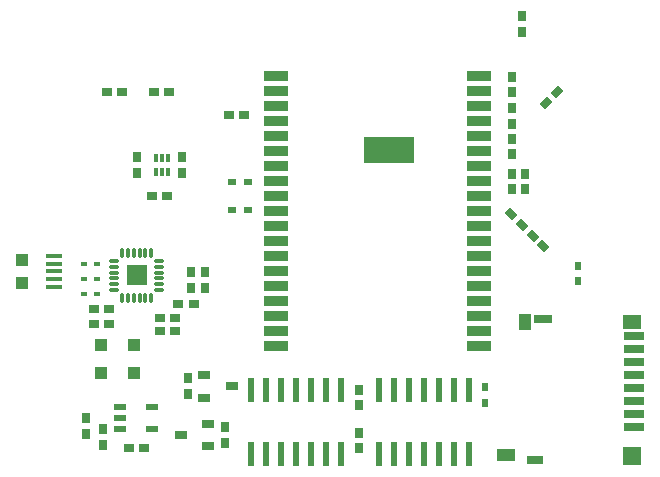
<source format=gbr>
G04 DipTrace 3.3.1.3*
G04 BottomPaste.gbr*
%MOMM*%
G04 #@! TF.FileFunction,Paste,Bot*
G04 #@! TF.Part,Single*
%AMOUTLINE0*
4,1,4,
-0.56569,0.07071,
-0.07071,0.56569,
0.56569,-0.07071,
0.07071,-0.56569,
-0.56569,0.07071,
0*%
%AMOUTLINE2*
4,1,4,
-0.45,-0.35,
-0.45,0.35,
0.45,0.35,
0.45,-0.35,
-0.45,-0.35,
0*%
%AMOUTLINE4*
4,1,4,
-0.07071,-0.56569,
-0.56569,-0.07071,
0.07071,0.56569,
0.56569,0.07071,
-0.07071,-0.56569,
0*%
%ADD21R,0.7X0.9*%
%ADD22R,0.9X0.7*%
%ADD29R,1.35X0.4*%
%ADD32R,1.5X1.5*%
%ADD33R,1.0X1.0*%
%ADD34R,1.75X0.7*%
%ADD35R,1.5X1.3*%
%ADD36R,1.55X1.0*%
%ADD37R,1.4X0.8*%
%ADD38R,1.5X0.8*%
%ADD39R,1.0X1.45*%
%ADD41R,0.3X0.67*%
%ADD43R,1.05X0.65*%
%ADD54R,2.0X0.9*%
%ADD56R,4.3X2.3*%
%ADD58O,0.85X0.3*%
%ADD59O,0.3X0.85*%
%ADD61R,1.75X1.75*%
%ADD62R,0.6X2.0*%
%ADD64R,1.1X0.6*%
%ADD131R,0.6X0.4*%
%ADD133R,0.7X0.5*%
%ADD135R,0.5X0.7*%
%ADD140OUTLINE0*%
%ADD142OUTLINE2*%
%ADD144OUTLINE4*%
%FSLAX35Y35*%
G04*
G71*
G90*
G75*
G01*
G04 BotPaste*
%LPD*%
D21*
X5286257Y6683257D3*
Y6813257D3*
X2111260Y6000633D3*
Y6130633D3*
D140*
X5553252Y5375385D3*
X5461328Y5467309D3*
D21*
X2683593Y5025187D3*
Y5155187D3*
X2567037Y5026780D3*
Y5156780D3*
X3994383Y4163477D3*
Y4033477D3*
D22*
X2307047Y4766387D3*
X2437047D3*
X2304893Y4659380D3*
X2434893D3*
D135*
X5057007Y4182283D3*
Y4052283D3*
D21*
X1825507Y3825757D3*
Y3695757D3*
D22*
X2174757Y3667007D3*
X2044757D3*
D131*
X1666757Y5222757D3*
X1776757D3*
X1666757Y5095757D3*
X1776757D3*
X1666757Y4968757D3*
X1776757D3*
D33*
X2083053Y4541903D3*
X1803053D3*
X2083053Y4303780D3*
X1803053D3*
D29*
X1404713Y5033883D3*
Y5098883D3*
Y5163883D3*
Y5228883D3*
Y5293883D3*
D33*
X1134713Y5063883D3*
Y5263883D3*
D34*
X6318133Y4619507D3*
Y4509407D3*
Y4399507D3*
X6318167Y4289440D3*
Y4179440D3*
Y4069473D3*
Y3959440D3*
X6318133Y3849507D3*
D35*
X6306133Y4739407D3*
D32*
Y3604407D3*
D36*
X5237667Y3610440D3*
D37*
X5480667Y3569473D3*
D38*
X5545733Y4764407D3*
D39*
X5395733Y4732507D3*
D41*
X2270006Y6127633D3*
X2320006D3*
X2370006D3*
Y6002633D3*
X2320006D3*
X2270006D3*
D43*
X2682757Y4095630D3*
Y4285630D3*
X2912757Y4190630D3*
X2714507Y3873380D3*
Y3683380D3*
X2484507Y3778380D3*
D21*
X5370077Y7193910D3*
Y7323910D3*
D22*
X2888703Y6485123D3*
X3018703D3*
D21*
X5286260Y6413383D3*
Y6543383D3*
X5286253Y5857757D3*
Y5987757D3*
D22*
X2368547Y5804617D3*
X2238547D3*
D21*
X2492257Y6000633D3*
Y6130633D3*
X5397383Y5858703D3*
Y5988703D3*
D140*
X5367275Y5559125D3*
X5275351Y5651049D3*
D22*
X1873630Y4841610D3*
X1743630D3*
D142*
X2461413Y4892027D3*
X2591413D3*
D22*
X1873630Y4721770D3*
X1743630D3*
D21*
X5286253Y6157880D3*
Y6287880D3*
D22*
X1857257Y6683257D3*
X1987257D3*
D144*
X5665485Y6680742D3*
X5573561Y6588818D3*
D22*
X2254133Y6683257D3*
X2384133D3*
D21*
X3994260Y3664937D3*
Y3794937D3*
D133*
X3047880Y5921257D3*
X2917880D3*
D135*
X5841883Y5079880D3*
Y5209880D3*
D133*
X3047880Y5683133D3*
X2917880D3*
D21*
X2539880Y4127380D3*
Y4257380D3*
X2857380Y3714633D3*
Y3844633D3*
X1682630Y3921007D3*
Y3791007D3*
D54*
X5008923Y6819107D3*
X5009923Y6692107D3*
Y6565107D3*
Y6438107D3*
Y6311107D3*
Y6184107D3*
Y6057107D3*
Y5930107D3*
Y5803107D3*
Y5676107D3*
Y5549107D3*
Y5422107D3*
Y5295107D3*
Y5168107D3*
X3287717Y5169073D3*
Y5296073D3*
Y5423073D3*
Y5550070D3*
Y5677073D3*
Y4534073D3*
Y4661073D3*
Y4788073D3*
Y4915073D3*
Y5042073D3*
X3287723Y5803207D3*
Y5930207D3*
Y6057207D3*
Y6184207D3*
Y6311207D3*
Y6438207D3*
Y6565207D3*
Y6692207D3*
Y6819207D3*
D56*
X4246923Y6188907D3*
D54*
X5009913Y5041970D3*
Y4914970D3*
Y4787970D3*
Y4660970D3*
Y4533970D3*
D58*
X2298209Y5254507D3*
Y5204507D3*
Y5154507D3*
Y5104507D3*
Y5054507D3*
Y5004507D3*
D59*
X2233209Y4939507D3*
X2183209D3*
X2133209D3*
X2083209D3*
X2033209D3*
X1983209D3*
D58*
X1918209Y5004507D3*
Y5054507D3*
Y5104507D3*
Y5154507D3*
Y5204507D3*
Y5254507D3*
D59*
X1983209Y5319507D3*
X2033209D3*
X2083209D3*
X2133209D3*
X2183209D3*
X2233209D3*
D61*
X2108209Y5129507D3*
D62*
X3841630Y3619380D3*
X3714630D3*
X3587630D3*
X3460630D3*
X3333630D3*
X3206630D3*
X3079630D3*
Y4159380D3*
X3206630D3*
X3333630D3*
X3460630D3*
X3587630D3*
X3714630D3*
X3841630D3*
X4921130Y3619380D3*
X4794130D3*
X4667130D3*
X4540130D3*
X4413130D3*
X4286130D3*
X4159130D3*
Y4159380D3*
X4286130D3*
X4413130D3*
X4540130D3*
X4667130D3*
X4794130D3*
X4921130D3*
D64*
X1968380Y3825757D3*
Y3920757D3*
Y4015757D3*
X2238380D3*
Y3825757D3*
M02*

</source>
